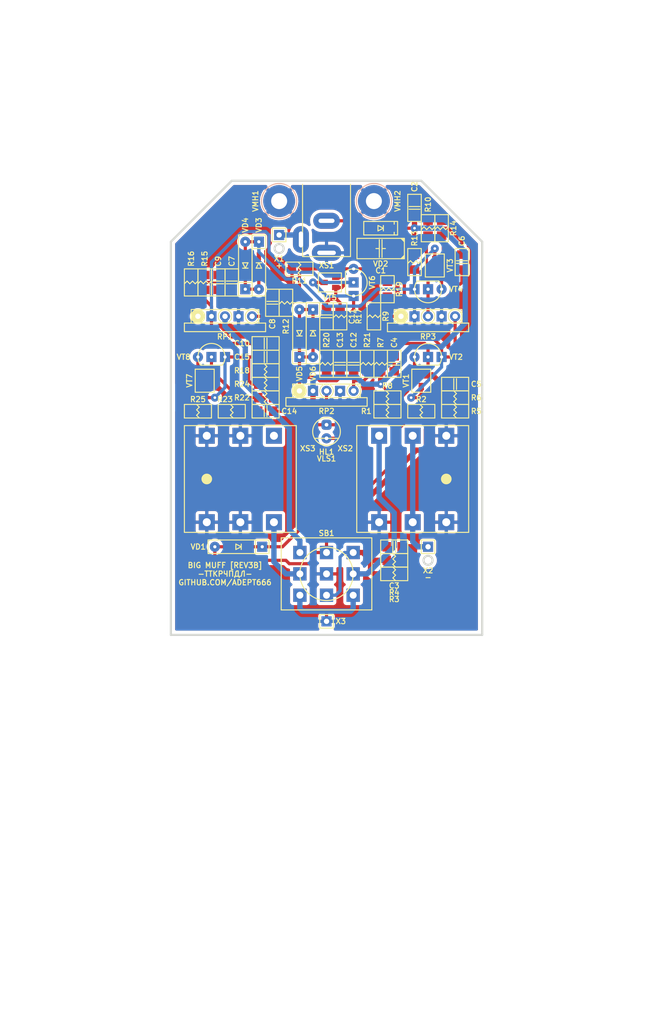
<source format=kicad_pcb>
(kicad_pcb (version 20171130) (host pcbnew 5.1.12-84ad8e8a86~92~ubuntu20.04.1)
  (title_block (title ТКП-1.30.B-5) (date 2025-06-21) (rev 3B) (company "Big Muff [REV3B] NYC SM LC5-8") (comment 1 http://github.com/Adept666) (comment 2 "Igor Ivanov (Игорь Иванов)") (comment 3 -ТТКРЧПДЛ-) (comment 4 "This project is licensed under GNU General Public License v3.0 or later"))
  (layers (0 F.Cu signal) (31 B.Cu signal) (35 F.Paste user) (37 F.SilkS user) (38 B.Mask user) (39 F.Mask user) (44 Edge.Cuts user))
  (net 0 "")
  (net 1 COM)
  (net 2 "Net-(HL1-PadC)")
  (net 3 /LED)
  (net 4 "Net-(SB1-PadNC1)")
  (net 5 /IN-CON)
  (net 6 /OUT-CON)
  (net 7 /PP3-POS)
  (net 8 /PP3-NEG)
  (net 9 "Net-(C5-Pad2)")
  (net 10 "Net-(C6-Pad1)")
  (net 11 "Net-(C6-Pad2)")
  (net 12 "Net-(C7-Pad2)")
  (net 13 "Net-(C9-Pad2)")
  (net 14 "Net-(C10-Pad2)")
  (net 15 "Net-(C12-Pad2)")
  (net 16 "Net-(C13-Pad1)")
  (net 17 "Net-(C14-Pad1)")
  (net 18 "Net-(C15-Pad2)")
  (net 19 "Net-(C3-Pad1)")
  (net 20 V)
  (net 21 /IN-CIR)
  (net 22 /OUT-CIR)
  (net 23 "Net-(XS3-PadTN)")
  (net 24 "Net-(HL1-PadA)")
  (net 25 "Net-(R9-Pad2)")
  (net 26 "Net-(VD2-PadA)")
  (net 27 /1B)
  (net 28 /1C)
  (net 29 /2B)
  (net 30 /2C)
  (net 31 /3B)
  (net 32 /3C)
  (net 33 /4B)
  (net 34 /4C)
  (net 35 /1E)
  (net 36 /2E)
  (net 37 /3E)
  (net 38 /4E)
  (module KCL-TH-ML:SW-PBS-24-302SP-2.5-PNL-12.0 (layer F.Cu) (at 105.41 167.64)
    (fp_text reference SB1 (at 0 -7.62) (layer F.SilkS) (effects (font (thickness 0.2))))
    (fp_text value PBS-24-302SP)
    (pad COM3 thru_hole rect (at 5 0) (size 2.5 2.5) (drill 1.3) (layers *.Cu *.Mask) (net 5 /IN-CON))
    (pad NC3 thru_hole rect (at 5 4) (size 2.5 2.5) (drill 1.3) (layers *.Cu *.Mask) (net 4 "Net-(SB1-PadNC1)"))
    (pad NO3 thru_hole rect (at 5 -4) (size 2.5 2.5) (drill 1.3) (layers *.Cu *.Mask) (net 21 /IN-CIR))
    (pad COM2 thru_hole rect (at 0 0) (size 2.5 2.5) (drill 1.3) (layers *.Cu *.Mask) (net 1 COM))
    (pad NC2 thru_hole rect (at 0 4) (size 2.5 2.5) (drill 1.3) (layers *.Cu *.Mask) (net 21 /IN-CIR))
    (pad NO2 thru_hole rect (at 0 -4) (size 2.5 2.5) (drill 1.3) (layers *.Cu *.Mask) (net 3 /LED))
    (pad NO1 thru_hole rect (at -5 -4) (size 2.5 2.5) (drill 1.3) (layers *.Cu *.Mask) (net 22 /OUT-CIR))
    (pad COM1 thru_hole rect (at -5 0) (size 2.5 2.5) (drill 1.3) (layers *.Cu *.Mask) (net 6 /OUT-CON))
    (pad NC1 thru_hole rect (at -5 4) (size 2.5 2.5) (drill 1.3) (layers *.Cu *.Mask) (net 4 "Net-(SB1-PadNC1)"))
  )
  (module SBKCL-TH-ML:RPB-18-1x17-1.6-PNL-7.2 (layer F.Cu) (at 124.46 108.15)
    (fp_text reference RP3 (at 0 15.04) (layer F.SilkS) (effects (font (thickness 0.2))))
    (fp_text value A100K)
    (pad 3 thru_hole circle (at 5.08 11.23) (size 1.9 1.9) (drill 1) (layers *.Cu *.Mask) (net 9 "Net-(C5-Pad2)"))
    (pad NC2 thru_hole rect (at 2.54 11.23) (size 1.9 1.9) (drill 0.9) (layers *.Cu *.Mask) (net 1 COM))
    (pad 2 thru_hole circle (at 0 11.23) (size 1.9 1.9) (drill 1) (layers *.Cu *.Mask) (net 10 "Net-(C6-Pad1)"))
    (pad NC1 thru_hole rect (at -2.54 11.23) (size 1.9 1.9) (drill 0.9) (layers *.Cu *.Mask) (net 1 COM))
    (pad 1 thru_hole circle (at -5.08 11.23) (size 1.9 1.9) (drill 1) (layers *.Cu *.Mask) (net 25 "Net-(R9-Pad2)"))
  )
  (module SBKCL-TH-ML:RPB-18-1x17-1.6-PNL-7.2 (layer F.Cu) (at 105.41 122.12)
    (fp_text reference RP2 (at 0 15.04) (layer F.SilkS) (effects (font (thickness 0.2))))
    (fp_text value B100K)
    (pad 3 thru_hole circle (at 5.08 11.23) (size 1.9 1.9) (drill 1) (layers *.Cu *.Mask) (net 15 "Net-(C12-Pad2)"))
    (pad NC2 thru_hole rect (at 2.54 11.23) (size 1.9 1.9) (drill 0.9) (layers *.Cu *.Mask) (net 1 COM))
    (pad 2 thru_hole circle (at 0 11.23) (size 1.9 1.9) (drill 1) (layers *.Cu *.Mask) (net 17 "Net-(C14-Pad1)"))
    (pad NC1 thru_hole rect (at -2.54 11.23) (size 1.9 1.9) (drill 0.9) (layers *.Cu *.Mask) (net 20 V))
    (pad 1 thru_hole circle (at -5.08 11.23) (size 1.9 1.9) (drill 1) (layers *.Cu *.Mask) (net 16 "Net-(C13-Pad1)"))
  )
  (module SBKCL-TH-ML:RPB-18-1x17-1.6-PNL-7.2 (layer F.Cu) (at 86.36 108.15)
    (fp_text reference RP1 (at 0 15.04) (layer F.SilkS) (effects (font (thickness 0.2))))
    (fp_text value A100K)
    (pad 3 thru_hole circle (at 5.08 11.23) (size 1.9 1.9) (drill 1) (layers *.Cu *.Mask) (net 18 "Net-(C15-Pad2)"))
    (pad NC2 thru_hole rect (at 2.54 11.23) (size 1.9 1.9) (drill 0.9) (layers *.Cu *.Mask) (net 1 COM))
    (pad 2 thru_hole circle (at 0 11.23) (size 1.9 1.9) (drill 1) (layers *.Cu *.Mask) (net 22 /OUT-CIR))
    (pad NC1 thru_hole rect (at -2.54 11.23) (size 1.9 1.9) (drill 0.9) (layers *.Cu *.Mask) (net 31 /3B))
    (pad 1 thru_hole circle (at -5.08 11.23) (size 1.9 1.9) (drill 1) (layers *.Cu *.Mask) (net 1 COM))
  )
  (module SBEPL:ТКП-6.3.3.A1 (layer F.Cu) (at 105.41 148.59)
    (fp_text reference VE2 hide)
    (fp_text value ТКП-6.3.3.A1.A1.3-1.A1.00 hide)
  )
  (module SBEPL:ТКП-6.3.1.A2.A1.A (layer F.Cu) (at 105.41 148.59)
    (fp_text reference VE1 hide)
    (fp_text value ТКП-6.3.1.A2.A1.A.1-1 hide)
  )
  (module SBKCL-TH-ML:P-SOD-123-OR-DO-35-V2 (layer F.Cu) (at 88.9 162.56)
    (fp_text reference VD1 (at -6.0325 0) (layer F.SilkS) (effects (font (thickness 0.2)) (justify right)))
    (fp_text value X)
    (pad A smd rect (at -1.7 0) (size 1.6 0.8) (layers F.Cu F.Paste F.Mask) (net 3 /LED))
    (pad C smd rect (at 1.7 0) (size 1.6 0.8) (layers F.Cu F.Paste F.Mask) (net 24 "Net-(HL1-PadA)"))
    (pad A thru_hole circle (at -4.445 0) (size 1.9 1.9) (drill 0.6) (layers *.Cu *.Mask) (net 3 /LED))
    (pad C thru_hole rect (at 4.445 0) (size 1.9 1.9) (drill 0.6) (layers *.Cu *.Mask) (net 24 "Net-(HL1-PadA)"))
  )
  (module KCL-SM:R-SM-1206 (layer F.Cu) (at 116.84 137.16 180)
    (fp_text reference R1 (at 2.8575 0 180) (layer F.SilkS) (effects (font (thickness 0.2)) (justify right)))
    (fp_text value 0)
    (pad 1 smd rect (at -1.4 0 180) (size 1.6 1.8) (layers F.Cu F.Paste F.Mask) (net 20 V))
    (pad 2 smd rect (at 1.4 0 180) (size 1.6 1.8) (layers F.Cu F.Paste F.Mask) (net 24 "Net-(HL1-PadA)"))
  )
  (module KCL-VIRTUAL:VFM-1.0-3.0-SL (layer F.Cu) (at 128.27 172.72)
    (fp_text reference VFM3 hide)
    (fp_text value 1.0 hide)
    (pad "" smd circle (at 0 0) (size 1 1) (layers F.Cu F.Mask) (clearance 1.1))
  )
  (module KCL-VIRTUAL:VFM-1.0-3.0-SL (layer F.Cu) (at 82.55 172.72)
    (fp_text reference VFM2 hide)
    (fp_text value 1.0 hide)
    (pad "" smd circle (at 0 0) (size 1 1) (layers F.Cu F.Mask) (clearance 1.1))
  )
  (module KCL-VIRTUAL:VFM-1.0-3.0-SL (layer F.Cu) (at 82.55 104.14)
    (fp_text reference VFM1 hide)
    (fp_text value 1.0 hide)
    (pad "" smd circle (at 0 0) (size 1 1) (layers F.Cu F.Mask) (clearance 1.1))
  )
  (module KCL-SM:P-SOT-23-B-E-C (layer F.Cu) (at 82.55 131.445 180)
    (fp_text reference VT7 (at 2.8575 0 270) (layer F.SilkS) (effects (font (thickness 0.2))))
    (fp_text value 5088)
    (pad C smd rect (at 0 -1.1 180) (size 1 1.4) (layers F.Cu F.Paste F.Mask) (net 34 /4C))
    (pad E smd rect (at 0.95 1.1 180) (size 1 1.4) (layers F.Cu F.Paste F.Mask) (net 38 /4E))
    (pad B smd rect (at -0.95 1.1 180) (size 1 1.4) (layers F.Cu F.Paste F.Mask) (net 33 /4B))
  )
  (module KCL-SM:P-SOT-23-B-E-C (layer F.Cu) (at 106.045 113.03 90)
    (fp_text reference VT5 (at -2.8575 0 180) (layer F.SilkS) (effects (font (thickness 0.2))))
    (fp_text value 5088)
    (pad C smd rect (at 0 -1.1 90) (size 1 1.4) (layers F.Cu F.Paste F.Mask) (net 32 /3C))
    (pad E smd rect (at 0.95 1.1 90) (size 1 1.4) (layers F.Cu F.Paste F.Mask) (net 37 /3E))
    (pad B smd rect (at -0.95 1.1 90) (size 1 1.4) (layers F.Cu F.Paste F.Mask) (net 31 /3B))
  )
  (module KCL-SM:P-SOT-23-B-E-C (layer F.Cu) (at 125.73 109.855)
    (fp_text reference VT3 (at 2.8575 0 90) (layer F.SilkS) (effects (font (thickness 0.2))))
    (fp_text value 5088)
    (pad B smd rect (at -0.95 1.1) (size 1 1.4) (layers F.Cu F.Paste F.Mask) (net 29 /2B))
    (pad E smd rect (at 0.95 1.1) (size 1 1.4) (layers F.Cu F.Paste F.Mask) (net 36 /2E))
    (pad C smd rect (at 0 -1.1) (size 1 1.4) (layers F.Cu F.Paste F.Mask) (net 30 /2C))
  )
  (module KCL-SM:P-SOT-23-B-E-C (layer F.Cu) (at 123.19 131.445 180)
    (fp_text reference VT1 (at 2.8575 0 270) (layer F.SilkS) (effects (font (thickness 0.2))))
    (fp_text value 5088)
    (pad C smd rect (at 0 -1.1 180) (size 1 1.4) (layers F.Cu F.Paste F.Mask) (net 28 /1C))
    (pad E smd rect (at 0.95 1.1 180) (size 1 1.4) (layers F.Cu F.Paste F.Mask) (net 35 /1E))
    (pad B smd rect (at -0.95 1.1 180) (size 1 1.4) (layers F.Cu F.Paste F.Mask) (net 27 /1B))
  )
  (module KCL-TH-ML:P-TO-92-E-B-C (layer F.Cu) (at 110.49 113.03 270)
    (fp_text reference VT6 (at 0 -3.4925 270) (layer F.SilkS) (effects (font (thickness 0.2))))
    (fp_text value 5088)
    (pad C thru_hole rect (at 2.54 0 270) (size 1.9 1.9) (drill 0.6) (layers *.Cu *.Mask) (net 32 /3C))
    (pad B thru_hole rect (at 0 0 270) (size 1.9 1.9) (drill 0.6) (layers *.Cu *.Mask) (net 31 /3B))
    (pad E thru_hole circle (at -2.54 0 270) (size 1.9 1.9) (drill 0.6) (layers *.Cu *.Mask) (net 37 /3E))
  )
  (module KCL-TH-ML:P-TO-92-E-B-C (layer F.Cu) (at 124.46 114.3 180)
    (fp_text reference VT4 (at -3.81 0 180) (layer F.SilkS) (effects (font (thickness 0.2)) (justify left)))
    (fp_text value 5088)
    (pad C thru_hole rect (at 2.54 0 180) (size 1.9 1.9) (drill 0.6) (layers *.Cu *.Mask) (net 30 /2C))
    (pad B thru_hole rect (at 0 0 180) (size 1.9 1.9) (drill 0.6) (layers *.Cu *.Mask) (net 29 /2B))
    (pad E thru_hole circle (at -2.54 0 180) (size 1.9 1.9) (drill 0.6) (layers *.Cu *.Mask) (net 36 /2E))
  )
  (module KCL-TH-ML:P-TO-92-E-B-C (layer F.Cu) (at 124.46 127)
    (fp_text reference VT2 (at 3.81 0) (layer F.SilkS) (effects (font (thickness 0.2)) (justify left)))
    (fp_text value 5088)
    (pad C thru_hole rect (at 2.54 0) (size 1.9 1.9) (drill 0.6) (layers *.Cu *.Mask) (net 28 /1C))
    (pad B thru_hole rect (at 0 0) (size 1.9 1.9) (drill 0.6) (layers *.Cu *.Mask) (net 27 /1B))
    (pad E thru_hole circle (at -2.54 0) (size 1.9 1.9) (drill 0.6) (layers *.Cu *.Mask) (net 35 /1E))
  )
  (module KCL-TH-ML:P-TO-92-E-B-C (layer F.Cu) (at 83.82 127)
    (fp_text reference VT8 (at -3.81 0) (layer F.SilkS) (effects (font (thickness 0.2)) (justify right)))
    (fp_text value 5088)
    (pad C thru_hole rect (at 2.54 0) (size 1.9 1.9) (drill 0.6) (layers *.Cu *.Mask) (net 34 /4C))
    (pad B thru_hole rect (at 0 0) (size 1.9 1.9) (drill 0.6) (layers *.Cu *.Mask) (net 33 /4B))
    (pad E thru_hole circle (at -2.54 0) (size 1.9 1.9) (drill 0.6) (layers *.Cu *.Mask) (net 38 /4E))
  )
  (module KCL-SM:C-SM-1206 (layer F.Cu) (at 85.09 113.03 270)
    (fp_text reference C9 (at -2.8575 0 270) (layer F.SilkS) (effects (font (thickness 0.2)) (justify left)))
    (fp_text value 105)
    (pad 1 smd rect (at -1.4 0 270) (size 1.6 1.8) (layers F.Cu F.Paste F.Mask) (net 30 /2C))
    (pad 2 smd rect (at 1.4 0 270) (size 1.6 1.8) (layers F.Cu F.Paste F.Mask) (net 13 "Net-(C9-Pad2)"))
  )
  (module KCL-SM:C-SM-1206 (layer F.Cu) (at 93.98 124.46)
    (fp_text reference C10 (at -2.8575 0) (layer F.SilkS) (effects (font (thickness 0.2)) (justify right)))
    (fp_text value 105)
    (pad 1 smd rect (at -1.4 0) (size 1.6 1.8) (layers F.Cu F.Paste F.Mask) (net 31 /3B))
    (pad 2 smd rect (at 1.4 0) (size 1.6 1.8) (layers F.Cu F.Paste F.Mask) (net 14 "Net-(C10-Pad2)"))
  )
  (module KCL-SM:C-SM-1206 (layer F.Cu) (at 87.63 113.03 90)
    (fp_text reference C7 (at 2.8575 0 90) (layer F.SilkS) (effects (font (thickness 0.2)) (justify left)))
    (fp_text value 105)
    (pad 1 smd rect (at -1.4 0 90) (size 1.6 1.8) (layers F.Cu F.Paste F.Mask) (net 29 /2B))
    (pad 2 smd rect (at 1.4 0 90) (size 1.6 1.8) (layers F.Cu F.Paste F.Mask) (net 12 "Net-(C7-Pad2)"))
  )
  (module KCL-SM:C-SM-1206 (layer F.Cu) (at 121.92 99.06 90)
    (fp_text reference C2 (at 2.8575 0 90) (layer F.SilkS) (effects (font (thickness 0.2)) (justify left)))
    (fp_text value 104)
    (pad 2 smd rect (at 1.4 0 90) (size 1.6 1.8) (layers F.Cu F.Paste F.Mask) (net 1 COM))
    (pad 1 smd rect (at -1.4 0 90) (size 1.6 1.8) (layers F.Cu F.Paste F.Mask) (net 20 V))
  )
  (module KCL-SM:C-SM-1206 (layer F.Cu) (at 130.81 109.22 90)
    (fp_text reference C6 (at 2.8575 0 90) (layer F.SilkS) (effects (font (thickness 0.2)) (justify left)))
    (fp_text value 105)
    (pad 1 smd rect (at -1.4 0 90) (size 1.6 1.8) (layers F.Cu F.Paste F.Mask) (net 10 "Net-(C6-Pad1)"))
    (pad 2 smd rect (at 1.4 0 90) (size 1.6 1.8) (layers F.Cu F.Paste F.Mask) (net 11 "Net-(C6-Pad2)"))
  )
  (module KCL-SM:C-SM-1206 (layer F.Cu) (at 107.95 128.27 90)
    (fp_text reference C13 (at 2.8575 0 90) (layer F.SilkS) (effects (font (thickness 0.2)) (justify left)))
    (fp_text value 103)
    (pad 1 smd rect (at -1.4 0 90) (size 1.6 1.8) (layers F.Cu F.Paste F.Mask) (net 16 "Net-(C13-Pad1)"))
    (pad 2 smd rect (at 1.4 0 90) (size 1.6 1.8) (layers F.Cu F.Paste F.Mask) (net 1 COM))
  )
  (module KCL-SM:C-SM-1206 (layer F.Cu) (at 110.49 128.27 270)
    (fp_text reference C12 (at -2.8575 0 270) (layer F.SilkS) (effects (font (thickness 0.2)) (justify left)))
    (fp_text value 392)
    (pad 1 smd rect (at -1.4 0 270) (size 1.6 1.8) (layers F.Cu F.Paste F.Mask) (net 32 /3C))
    (pad 2 smd rect (at 1.4 0 270) (size 1.6 1.8) (layers F.Cu F.Paste F.Mask) (net 15 "Net-(C12-Pad2)"))
  )
  (module KCL-SM:C-SM-1206 (layer F.Cu) (at 129.54 132.08)
    (fp_text reference C5 (at 2.8575 0) (layer F.SilkS) (effects (font (thickness 0.2)) (justify left)))
    (fp_text value 105)
    (pad 2 smd rect (at 1.4 0) (size 1.6 1.8) (layers F.Cu F.Paste F.Mask) (net 9 "Net-(C5-Pad2)"))
    (pad 1 smd rect (at -1.4 0) (size 1.6 1.8) (layers F.Cu F.Paste F.Mask) (net 28 /1C))
  )
  (module KCL-SM:C-SM-1206 (layer F.Cu) (at 93.98 127)
    (fp_text reference C15 (at -2.8575 0) (layer F.SilkS) (effects (font (thickness 0.2)) (justify right)))
    (fp_text value 105)
    (pad 1 smd rect (at -1.4 0) (size 1.6 1.8) (layers F.Cu F.Paste F.Mask) (net 34 /4C))
    (pad 2 smd rect (at 1.4 0) (size 1.6 1.8) (layers F.Cu F.Paste F.Mask) (net 18 "Net-(C15-Pad2)"))
  )
  (module KCL-SM:C-SM-1206 (layer F.Cu) (at 93.98 137.16 180)
    (fp_text reference C14 (at -2.8575 0 180) (layer F.SilkS) (effects (font (thickness 0.2)) (justify left)))
    (fp_text value 105)
    (pad 1 smd rect (at -1.4 0 180) (size 1.6 1.8) (layers F.Cu F.Paste F.Mask) (net 17 "Net-(C14-Pad1)"))
    (pad 2 smd rect (at 1.4 0 180) (size 1.6 1.8) (layers F.Cu F.Paste F.Mask) (net 33 /4B))
  )
  (module KCL-SM:C-SM-1206 (layer F.Cu) (at 118.11 162.56 180)
    (fp_text reference C3 (at 0 -7.3025 180) (layer F.SilkS) (effects (font (thickness 0.2))))
    (fp_text value 105)
    (pad 2 smd rect (at 1.4 0 180) (size 1.6 1.8) (layers F.Cu F.Paste F.Mask) (net 27 /1B))
    (pad 1 smd rect (at -1.4 0 180) (size 1.6 1.8) (layers F.Cu F.Paste F.Mask) (net 19 "Net-(C3-Pad1)"))
  )
  (module KCL-SM:R-SM-1206 (layer F.Cu) (at 118.11 167.64 180)
    (fp_text reference R3 (at 0 -4.7625 180) (layer F.SilkS) (effects (font (thickness 0.2))))
    (fp_text value 105)
    (pad 2 smd rect (at 1.4 0 180) (size 1.6 1.8) (layers F.Cu F.Paste F.Mask) (net 21 /IN-CIR))
    (pad 1 smd rect (at -1.4 0 180) (size 1.6 1.8) (layers F.Cu F.Paste F.Mask) (net 1 COM))
  )
  (module KCL-SM:CP-CTSMD-C (layer F.Cu) (at 115.57 106.68 180)
    (fp_text reference C1 (at 0 -4.1275 180) (layer F.SilkS) (effects (font (thickness 0.2))))
    (fp_text value 106)
    (pad - smd rect (at 2.5 0 180) (size 2.6 2.2) (layers F.Cu F.Paste F.Mask) (net 1 COM))
    (pad + smd rect (at -2.5 0 180) (size 2.6 2.2) (layers F.Cu F.Paste F.Mask) (net 20 V))
  )
  (module KCL-SM:P-SOD-123 (layer F.Cu) (at 115.57 102.87)
    (fp_text reference VD2 (at 0 6.6675) (layer F.SilkS) (effects (font (thickness 0.2))))
    (fp_text value 0520)
    (pad C smd rect (at 1.7 0) (size 1.6 0.8) (layers F.Cu F.Paste F.Mask) (net 20 V))
    (pad A smd rect (at -1.7 0) (size 1.6 0.8) (layers F.Cu F.Paste F.Mask) (net 26 "Net-(VD2-PadA)"))
  )
  (module SBKCL-TH-ML:P-SOD-123-OR-DO-35-V2 (layer F.Cu) (at 100.33 122.555 270)
    (fp_text reference VD5 (at 6.0325 0 270) (layer F.SilkS) (effects (font (thickness 0.2)) (justify right)))
    (fp_text value 6263)
    (pad C thru_hole rect (at 4.445 0 270) (size 1.9 1.9) (drill 0.6) (layers *.Cu *.Mask) (net 32 /3C))
    (pad A thru_hole circle (at -4.445 0 270) (size 1.9 1.9) (drill 0.6) (layers *.Cu *.Mask) (net 14 "Net-(C10-Pad2)"))
    (pad C smd rect (at 1.7 0 270) (size 1.6 0.8) (layers F.Cu F.Paste F.Mask) (net 32 /3C))
    (pad A smd rect (at -1.7 0 270) (size 1.6 0.8) (layers F.Cu F.Paste F.Mask) (net 14 "Net-(C10-Pad2)"))
  )
  (module SBKCL-TH-ML:P-SOD-123-OR-DO-35-V2 (layer F.Cu) (at 102.87 122.555 90)
    (fp_text reference VD6 (at -6.0325 0 90) (layer F.SilkS) (effects (font (thickness 0.2)) (justify right)))
    (fp_text value 6263)
    (pad C thru_hole rect (at 4.445 0 90) (size 1.9 1.9) (drill 0.6) (layers *.Cu *.Mask) (net 14 "Net-(C10-Pad2)"))
    (pad A thru_hole circle (at -4.445 0 90) (size 1.9 1.9) (drill 0.6) (layers *.Cu *.Mask) (net 32 /3C))
    (pad C smd rect (at 1.7 0 90) (size 1.6 0.8) (layers F.Cu F.Paste F.Mask) (net 14 "Net-(C10-Pad2)"))
    (pad A smd rect (at -1.7 0 90) (size 1.6 0.8) (layers F.Cu F.Paste F.Mask) (net 32 /3C))
  )
  (module SBKCL-TH-ML:P-SOD-123-OR-DO-35-V2 (layer F.Cu) (at 90.17 109.855 270)
    (fp_text reference VD4 (at -6.0325 0 270) (layer F.SilkS) (effects (font (thickness 0.2)) (justify left)))
    (fp_text value 6263)
    (pad C thru_hole rect (at 4.445 0 270) (size 1.9 1.9) (drill 0.6) (layers *.Cu *.Mask) (net 12 "Net-(C7-Pad2)"))
    (pad A thru_hole circle (at -4.445 0 270) (size 1.9 1.9) (drill 0.6) (layers *.Cu *.Mask) (net 30 /2C))
    (pad C smd rect (at 1.7 0 270) (size 1.6 0.8) (layers F.Cu F.Paste F.Mask) (net 12 "Net-(C7-Pad2)"))
    (pad A smd rect (at -1.7 0 270) (size 1.6 0.8) (layers F.Cu F.Paste F.Mask) (net 30 /2C))
  )
  (module SBKCL-TH-ML:P-SOD-123-OR-DO-35-V2 (layer F.Cu) (at 92.71 109.855 90)
    (fp_text reference VD3 (at 6.0325 0 90) (layer F.SilkS) (effects (font (thickness 0.2)) (justify left)))
    (fp_text value 6263)
    (pad C thru_hole rect (at 4.445 0 90) (size 1.9 1.9) (drill 0.6) (layers *.Cu *.Mask) (net 30 /2C))
    (pad A thru_hole circle (at -4.445 0 90) (size 1.9 1.9) (drill 0.6) (layers *.Cu *.Mask) (net 12 "Net-(C7-Pad2)"))
    (pad C smd rect (at 1.7 0 90) (size 1.6 0.8) (layers F.Cu F.Paste F.Mask) (net 30 /2C))
    (pad A smd rect (at -1.7 0 90) (size 1.6 0.8) (layers F.Cu F.Paste F.Mask) (net 12 "Net-(C7-Pad2)"))
  )
  (module SBKCL-TH-ML:CON-PJ-644C-IN-OR-OUT (layer F.Cu) (at 132.08 149.86 90)
    (fp_text reference XS2 (at 5.715 -21.59 180) (layer F.SilkS) (effects (font (thickness 0.2)) (justify right)))
    (fp_text value PJ-644C)
    (pad TN thru_hole rect (at -8.1 -16.8 90) (size 3 3) (drill 1.5) (layers *.Cu *.Mask) (net 1 COM))
    (pad RN thru_hole rect (at -8.1 -10.5 90) (size 3 3) (drill 1.5) (layers *.Cu *.Mask) (net 8 /PP3-NEG))
    (pad SN thru_hole rect (at -8.1 -4.2 90) (size 3 3) (drill 1.5) (layers *.Cu *.Mask) (net 1 COM))
    (pad T thru_hole rect (at 8.1 -16.8 90) (size 3 3) (drill 1.5) (layers *.Cu *.Mask) (net 5 /IN-CON))
    (pad R thru_hole rect (at 8.1 -10.5 90) (size 3 3) (drill 1.5) (layers *.Cu *.Mask) (net 8 /PP3-NEG))
    (pad S thru_hole rect (at 8.1 -4.2 90) (size 3 3) (drill 1.5) (layers *.Cu *.Mask) (net 1 COM))
  )
  (module SBKCL-TH-ML:CON-PJ-644C-IN-OR-OUT (layer F.Cu) (at 78.74 149.86 270)
    (fp_text reference XS3 (at -5.715 -21.59) (layer F.SilkS) (effects (font (thickness 0.2)) (justify left)))
    (fp_text value PJ-644C)
    (pad TN thru_hole rect (at -8.1 -16.8 270) (size 3 3) (drill 1.5) (layers *.Cu *.Mask) (net 23 "Net-(XS3-PadTN)"))
    (pad RN thru_hole rect (at -8.1 -10.5 270) (size 3 3) (drill 1.5) (layers *.Cu *.Mask) (net 1 COM))
    (pad SN thru_hole rect (at -8.1 -4.2 270) (size 3 3) (drill 1.5) (layers *.Cu *.Mask) (net 1 COM))
    (pad T thru_hole rect (at 8.1 -16.8 270) (size 3 3) (drill 1.5) (layers *.Cu *.Mask) (net 6 /OUT-CON))
    (pad R thru_hole rect (at 8.1 -10.5 270) (size 3 3) (drill 1.5) (layers *.Cu *.Mask) (net 1 COM))
    (pad S thru_hole rect (at 8.1 -4.2 270) (size 3 3) (drill 1.5) (layers *.Cu *.Mask) (net 1 COM))
  )
  (module SBKCL-TH-ML:CON-DC-005-9V-OVAL (layer F.Cu) (at 105.41 93.98 180)
    (fp_text reference XS1 (at 0 -15.875 180) (layer F.SilkS) (effects (font (thickness 0.2))))
    (fp_text value DC-005)
    (pad C thru_hole oval (at 0 -13.5 180) (size 5.5 3) (drill oval 3.5 0.8) (layers *.Cu *.Mask) (net 1 COM))
    (pad SN thru_hole oval (at 4.8 -11 180) (size 3 5) (drill oval 0.8 3) (layers *.Cu *.Mask) (net 7 /PP3-POS))
    (pad S thru_hole oval (at 0 -7.5 180) (size 5 3) (drill oval 3 0.8) (layers *.Cu *.Mask) (net 26 "Net-(VD2-PadA)"))
  )
  (module KCL-TH-ML:LED-ROUND-05.0-UNI-SH-SPACER-PNL-5.3 (layer F.Cu) (at 105.41 140.97 90)
    (fp_text reference HL1 (at -3.81 0 180) (layer F.SilkS) (effects (font (thickness 0.2))))
    (fp_text value FYL-3014UWC)
    (pad C thru_hole circle (at -1.27 0 90) (size 1.9 1.9) (drill 0.7) (layers *.Cu *.Mask) (net 2 "Net-(HL1-PadC)"))
    (pad A thru_hole roundrect (at 1.27 0 90) (size 1.9 1.9) (drill 0.7) (layers *.Cu *.Mask) (roundrect_rratio 0.3) (net 24 "Net-(HL1-PadA)"))
  )
  (module KCL-VIRTUAL:VLS-BR-P (layer F.Cu) (at 105.41 140.97 90)
    (fp_text reference VLS1 (at -5.08 0 180) (layer F.SilkS) (effects (font (thickness 0.2))))
    (fp_text value 2xBR-7.7)
  )
  (module KCL-TH-ML:VMH-STA-DA5-PNL-3.0 (layer F.Cu) (at 114.3 97.79)
    (fp_text reference VMH2 (at 4.445 0 90) (layer F.SilkS) (effects (font (thickness 0.2))))
    (fp_text value DI5M3x20)
    (pad 0 thru_hole circle (at 0 0) (size 6 6) (drill 3) (layers *.Cu *.Mask) (net 1 COM))
  )
  (module KCL-TH-ML:VMH-STA-DA5-PNL-3.0 (layer F.Cu) (at 96.52 97.79)
    (fp_text reference VMH1 (at -4.445 0 90) (layer F.SilkS) (effects (font (thickness 0.2))))
    (fp_text value DI5M3x20)
    (pad 0 thru_hole circle (at 0 0) (size 6 6) (drill 3) (layers *.Cu *.Mask) (net 1 COM))
  )
  (module KCL-TH-ML:CON-PAD-S-1.0-1.9 (layer F.Cu) (at 124.46 162.56)
    (fp_text reference X2 (at 0 4.445) (layer F.SilkS) (effects (font (thickness 0.2))))
    (fp_text value X)
    (pad 1 thru_hole rect (at 0 0) (size 1.9 1.9) (drill 1) (layers *.Cu *.Mask) (net 8 /PP3-NEG))
  )
  (module KCL-TH-ML:CON-PAD-S-1.0-1.9 (layer F.Cu) (at 96.52 104.14)
    (fp_text reference X1 (at 0 4.445) (layer F.SilkS) (effects (font (thickness 0.2))))
    (fp_text value X)
    (pad 1 thru_hole rect (at 0 0) (size 1.9 1.9) (drill 1) (layers *.Cu *.Mask) (net 7 /PP3-POS))
  )
  (module KCL-TH-ML:CON-PAD-S-1.0-1.9 (layer F.Cu) (at 105.41 176.53)
    (fp_text reference X3 (at 1.5875 0) (layer F.SilkS) (effects (font (thickness 0.2)) (justify left)))
    (fp_text value X)
    (pad 1 thru_hole rect (at 0 0) (size 1.9 1.9) (drill 1) (layers *.Cu *.Mask) (net 1 COM))
  )
  (module KCL-VIRTUAL:B-PP3-HV (layer F.Cu) (at 105.41 187.96)
    (fp_text reference GB1 hide)
    (fp_text value X hide)
  )
  (module KCL-SM:C-SM-1206 (layer F.Cu) (at 95.25 116.84 90)
    (fp_text reference C8 (at -2.8575 0 90) (layer F.SilkS) (effects (font (thickness 0.2)) (justify right)))
    (fp_text value 471)
    (pad 2 smd rect (at 1.4 0 90) (size 1.6 1.8) (layers F.Cu F.Paste F.Mask) (net 30 /2C))
    (pad 1 smd rect (at -1.4 0 90) (size 1.6 1.8) (layers F.Cu F.Paste F.Mask) (net 29 /2B))
  )
  (module KCL-SM:C-SM-1206 (layer F.Cu) (at 105.41 119.38 270)
    (fp_text reference C11 (at 0 -4.7625 270) (layer F.SilkS) (effects (font (thickness 0.2))))
    (fp_text value 471)
    (pad 1 smd rect (at -1.4 0 270) (size 1.6 1.8) (layers F.Cu F.Paste F.Mask) (net 31 /3B))
    (pad 2 smd rect (at 1.4 0 270) (size 1.6 1.8) (layers F.Cu F.Paste F.Mask) (net 32 /3C))
  )
  (module KCL-SM:C-SM-1206 (layer F.Cu) (at 118.11 128.27 270)
    (fp_text reference C4 (at -2.8575 0 270) (layer F.SilkS) (effects (font (thickness 0.2)) (justify left)))
    (fp_text value 471)
    (pad 1 smd rect (at -1.4 0 270) (size 1.6 1.8) (layers F.Cu F.Paste F.Mask) (net 27 /1B))
    (pad 2 smd rect (at 1.4 0 270) (size 1.6 1.8) (layers F.Cu F.Paste F.Mask) (net 28 /1C))
  )
  (module KCL-SM:R-SM-1206 (layer F.Cu) (at 129.54 134.62)
    (fp_text reference R6 (at 2.8575 0) (layer F.SilkS) (effects (font (thickness 0.2)) (justify left)))
    (fp_text value 514)
    (pad 1 smd rect (at -1.4 0) (size 1.6 1.8) (layers F.Cu F.Paste F.Mask) (net 27 /1B))
    (pad 2 smd rect (at 1.4 0) (size 1.6 1.8) (layers F.Cu F.Paste F.Mask) (net 28 /1C))
  )
  (module KCL-SM:R-SM-1206 (layer F.Cu) (at 129.54 137.16 180)
    (fp_text reference R5 (at -2.8575 0 180) (layer F.SilkS) (effects (font (thickness 0.2)) (justify left)))
    (fp_text value 104)
    (pad 1 smd rect (at -1.4 0 180) (size 1.6 1.8) (layers F.Cu F.Paste F.Mask) (net 1 COM))
    (pad 2 smd rect (at 1.4 0 180) (size 1.6 1.8) (layers F.Cu F.Paste F.Mask) (net 27 /1B))
  )
  (module KCL-SM:R-SM-1206 (layer F.Cu) (at 118.11 165.1)
    (fp_text reference R4 (at 0 6.0325) (layer F.SilkS) (effects (font (thickness 0.2))))
    (fp_text value 393)
    (pad 2 smd rect (at 1.4 0) (size 1.6 1.8) (layers F.Cu F.Paste F.Mask) (net 19 "Net-(C3-Pad1)"))
    (pad 1 smd rect (at -1.4 0) (size 1.6 1.8) (layers F.Cu F.Paste F.Mask) (net 21 /IN-CIR))
  )
  (module KCL-SM:R-SM-1206 (layer F.Cu) (at 115.57 128.27 270)
    (fp_text reference R7 (at -2.8575 0 270) (layer F.SilkS) (effects (font (thickness 0.2)) (justify left)))
    (fp_text value 103)
    (pad 1 smd rect (at -1.4 0 270) (size 1.6 1.8) (layers F.Cu F.Paste F.Mask) (net 28 /1C))
    (pad 2 smd rect (at 1.4 0 270) (size 1.6 1.8) (layers F.Cu F.Paste F.Mask) (net 20 V))
  )
  (module KCL-SM:R-SM-1206 (layer F.Cu) (at 113.03 128.27 90)
    (fp_text reference R21 (at 2.8575 0 90) (layer F.SilkS) (effects (font (thickness 0.2)) (justify left)))
    (fp_text value 223)
    (pad 1 smd rect (at -1.4 0 90) (size 1.6 1.8) (layers F.Cu F.Paste F.Mask) (net 15 "Net-(C12-Pad2)"))
    (pad 2 smd rect (at 1.4 0 90) (size 1.6 1.8) (layers F.Cu F.Paste F.Mask) (net 1 COM))
  )
  (module KCL-SM:R-SM-1206 (layer F.Cu) (at 116.84 134.62)
    (fp_text reference R8 (at 0 -2.2225) (layer F.SilkS) (effects (font (thickness 0.2))))
    (fp_text value 101)
    (pad 2 smd rect (at 1.4 0) (size 1.6 1.8) (layers F.Cu F.Paste F.Mask) (net 35 /1E))
    (pad 1 smd rect (at -1.4 0) (size 1.6 1.8) (layers F.Cu F.Paste F.Mask) (net 1 COM))
  )
  (module KCL-SM:R-SM-1206 (layer F.Cu) (at 127 102.87 270)
    (fp_text reference R14 (at 0 -2.2225 270) (layer F.SilkS) (effects (font (thickness 0.2))))
    (fp_text value 391)
    (pad 2 smd rect (at 1.4 0 270) (size 1.6 1.8) (layers F.Cu F.Paste F.Mask) (net 36 /2E))
    (pad 1 smd rect (at -1.4 0 270) (size 1.6 1.8) (layers F.Cu F.Paste F.Mask) (net 1 COM))
  )
  (module KCL-SM:R-SM-1206 (layer F.Cu) (at 100.33 110.49)
    (fp_text reference R11 (at 0 2.2225) (layer F.SilkS) (effects (font (thickness 0.2))))
    (fp_text value 104)
    (pad 1 smd rect (at -1.4 0) (size 1.6 1.8) (layers F.Cu F.Paste F.Mask) (net 1 COM))
    (pad 2 smd rect (at 1.4 0) (size 1.6 1.8) (layers F.Cu F.Paste F.Mask) (net 29 /2B))
  )
  (module KCL-SM:R-SM-1206 (layer F.Cu) (at 124.46 102.87 270)
    (fp_text reference R10 (at -2.8575 0 270) (layer F.SilkS) (effects (font (thickness 0.2)) (justify left)))
    (fp_text value 103)
    (pad 2 smd rect (at 1.4 0 270) (size 1.6 1.8) (layers F.Cu F.Paste F.Mask) (net 29 /2B))
    (pad 1 smd rect (at -1.4 0 270) (size 1.6 1.8) (layers F.Cu F.Paste F.Mask) (net 11 "Net-(C6-Pad2)"))
  )
  (module KCL-SM:R-SM-1206 (layer F.Cu) (at 114.3 119.38 90)
    (fp_text reference R9 (at 0 2.2225 90) (layer F.SilkS) (effects (font (thickness 0.2))))
    (fp_text value 182)
    (pad 1 smd rect (at -1.4 0 90) (size 1.6 1.8) (layers F.Cu F.Paste F.Mask) (net 1 COM))
    (pad 2 smd rect (at 1.4 0 90) (size 1.6 1.8) (layers F.Cu F.Paste F.Mask) (net 25 "Net-(R9-Pad2)"))
  )
  (module KCL-SM:R-SM-1206 (layer F.Cu) (at 80.01 113.03 270)
    (fp_text reference R16 (at -2.8575 0 270) (layer F.SilkS) (effects (font (thickness 0.2)) (justify left)))
    (fp_text value 104)
    (pad 1 smd rect (at -1.4 0 270) (size 1.6 1.8) (layers F.Cu F.Paste F.Mask) (net 1 COM))
    (pad 2 smd rect (at 1.4 0 270) (size 1.6 1.8) (layers F.Cu F.Paste F.Mask) (net 31 /3B))
  )
  (module KCL-SM:R-SM-1206 (layer F.Cu) (at 116.84 114.3 90)
    (fp_text reference R19 (at 0 2.2225 90) (layer F.SilkS) (effects (font (thickness 0.2))))
    (fp_text value 391)
    (pad 1 smd rect (at -1.4 0 90) (size 1.6 1.8) (layers F.Cu F.Paste F.Mask) (net 1 COM))
    (pad 2 smd rect (at 1.4 0 90) (size 1.6 1.8) (layers F.Cu F.Paste F.Mask) (net 37 /3E))
  )
  (module KCL-SM:R-SM-1206 (layer F.Cu) (at 121.92 109.22 90)
    (fp_text reference R13 (at 2.8575 0 90) (layer F.SilkS) (effects (font (thickness 0.2)) (justify left)))
    (fp_text value 103)
    (pad 1 smd rect (at -1.4 0 90) (size 1.6 1.8) (layers F.Cu F.Paste F.Mask) (net 30 /2C))
    (pad 2 smd rect (at 1.4 0 90) (size 1.6 1.8) (layers F.Cu F.Paste F.Mask) (net 20 V))
  )
  (module KCL-SM:R-SM-1206 (layer F.Cu) (at 97.79 116.84 90)
    (fp_text reference R12 (at -2.8575 0 90) (layer F.SilkS) (effects (font (thickness 0.2)) (justify right)))
    (fp_text value 474)
    (pad 1 smd rect (at -1.4 0 90) (size 1.6 1.8) (layers F.Cu F.Paste F.Mask) (net 29 /2B))
    (pad 2 smd rect (at 1.4 0 90) (size 1.6 1.8) (layers F.Cu F.Paste F.Mask) (net 30 /2C))
  )
  (module KCL-SM:R-SM-1206 (layer F.Cu) (at 107.95 119.38 270)
    (fp_text reference R17 (at 0 -3.4925 270) (layer F.SilkS) (effects (font (thickness 0.2))))
    (fp_text value 474)
    (pad 1 smd rect (at -1.4 0 270) (size 1.6 1.8) (layers F.Cu F.Paste F.Mask) (net 31 /3B))
    (pad 2 smd rect (at 1.4 0 270) (size 1.6 1.8) (layers F.Cu F.Paste F.Mask) (net 32 /3C))
  )
  (module KCL-SM:R-SM-1206 (layer F.Cu) (at 82.55 113.03 270)
    (fp_text reference R15 (at -2.8575 0 270) (layer F.SilkS) (effects (font (thickness 0.2)) (justify left)))
    (fp_text value 103)
    (pad 2 smd rect (at 1.4 0 270) (size 1.6 1.8) (layers F.Cu F.Paste F.Mask) (net 31 /3B))
    (pad 1 smd rect (at -1.4 0 270) (size 1.6 1.8) (layers F.Cu F.Paste F.Mask) (net 13 "Net-(C9-Pad2)"))
  )
  (module KCL-SM:R-SM-1206 (layer F.Cu) (at 105.41 128.27 270)
    (fp_text reference R20 (at -2.8575 0 270) (layer F.SilkS) (effects (font (thickness 0.2)) (justify left)))
    (fp_text value 223)
    (pad 1 smd rect (at -1.4 0 270) (size 1.6 1.8) (layers F.Cu F.Paste F.Mask) (net 32 /3C))
    (pad 2 smd rect (at 1.4 0 270) (size 1.6 1.8) (layers F.Cu F.Paste F.Mask) (net 16 "Net-(C13-Pad1)"))
  )
  (module KCL-SM:R-SM-1206 (layer F.Cu) (at 93.98 129.54 180)
    (fp_text reference R18 (at 2.8575 0 180) (layer F.SilkS) (effects (font (thickness 0.2)) (justify right)))
    (fp_text value 103)
    (pad 1 smd rect (at -1.4 0 180) (size 1.6 1.8) (layers F.Cu F.Paste F.Mask) (net 32 /3C))
    (pad 2 smd rect (at 1.4 0 180) (size 1.6 1.8) (layers F.Cu F.Paste F.Mask) (net 20 V))
  )
  (module KCL-SM:R-SM-1206 (layer F.Cu) (at 93.98 132.08)
    (fp_text reference R24 (at -2.8575 0) (layer F.SilkS) (effects (font (thickness 0.2)) (justify right)))
    (fp_text value 103)
    (pad 1 smd rect (at -1.4 0) (size 1.6 1.8) (layers F.Cu F.Paste F.Mask) (net 34 /4C))
    (pad 2 smd rect (at 1.4 0) (size 1.6 1.8) (layers F.Cu F.Paste F.Mask) (net 20 V))
  )
  (module KCL-SM:R-SM-1206 (layer F.Cu) (at 93.98 134.62)
    (fp_text reference R22 (at -2.8575 0) (layer F.SilkS) (effects (font (thickness 0.2)) (justify right)))
    (fp_text value 474)
    (pad 1 smd rect (at -1.4 0) (size 1.6 1.8) (layers F.Cu F.Paste F.Mask) (net 33 /4B))
    (pad 2 smd rect (at 1.4 0) (size 1.6 1.8) (layers F.Cu F.Paste F.Mask) (net 20 V))
  )
  (module KCL-SM:R-SM-1206 (layer F.Cu) (at 87.63 137.16)
    (fp_text reference R23 (at -1.27 -2.2225) (layer F.SilkS) (effects (font (thickness 0.2))))
    (fp_text value 104)
    (pad 2 smd rect (at 1.4 0) (size 1.6 1.8) (layers F.Cu F.Paste F.Mask) (net 33 /4B))
    (pad 1 smd rect (at -1.4 0) (size 1.6 1.8) (layers F.Cu F.Paste F.Mask) (net 1 COM))
  )
  (module KCL-SM:R-SM-1206 (layer F.Cu) (at 81.28 137.16 180)
    (fp_text reference R25 (at 0 2.2225 180) (layer F.SilkS) (effects (font (thickness 0.2))))
    (fp_text value 202)
    (pad 2 smd rect (at 1.4 0 180) (size 1.6 1.8) (layers F.Cu F.Paste F.Mask) (net 38 /4E))
    (pad 1 smd rect (at -1.4 0 180) (size 1.6 1.8) (layers F.Cu F.Paste F.Mask) (net 1 COM))
  )
  (module KCL-SM:R-SM-1206 (layer F.Cu) (at 123.19 137.16 180)
    (fp_text reference R2 (at 0 2.2225 180) (layer F.SilkS) (effects (font (thickness 0.2))))
    (fp_text value 433)
    (pad 1 smd rect (at -1.4 0 180) (size 1.6 1.8) (layers F.Cu F.Paste F.Mask) (net 3 /LED))
    (pad 2 smd rect (at 1.4 0 180) (size 1.6 1.8) (layers F.Cu F.Paste F.Mask) (net 2 "Net-(HL1-PadC)"))
  )
  (gr_text - (at 124.46 168.275) (layer F.SilkS) (effects (font (size 1 1) (thickness 0.2))))
  (gr_text + (at 96.52 109.855) (layer F.SilkS) (effects (font (size 1 1) (thickness 0.2))))
  (gr_text "BIG MUFF [REV3B]\n-ТТКРЧПДЛ-\nGITHUB.COM/ADEPT666" (at 86.36 167.64) (layer F.SilkS) (effects (font (size 1 1) (thickness 0.2))))
  (gr_circle (center 124.46 165.1) (end 125.31 165.1) (layer Edge.Cuts) (width 0.4))
  (gr_circle (center 96.52 106.68) (end 97.37 106.68) (layer Edge.Cuts) (width 0.4))
  (gr_line (start 123.19 93.98) (end 134.62 105.41) (layer Edge.Cuts) (width 0.4))
  (gr_line (start 76.2 105.41) (end 87.63 93.98) (layer Edge.Cuts) (width 0.4))
  (gr_line (start 134.62 105.41) (end 134.62 179.07) (layer Edge.Cuts) (width 0.4))
  (gr_line (start 76.2 105.41) (end 76.2 179.07) (layer Edge.Cuts) (width 0.4))
  (gr_line (start 76.2 179.07) (end 134.62 179.07) (layer Edge.Cuts) (width 0.4))
  (gr_line (start 87.63 93.98) (end 123.19 93.98) (layer Edge.Cuts) (width 0.4))
  (segment (start 120.65 137.16) (end 121.79 137.16) (width 0.6) (layer F.Cu) (net 2))
  (segment (start 120.015 137.795) (end 120.65 137.16) (width 0.6) (layer F.Cu) (net 2))
  (segment (start 120.015 138.1125) (end 120.015 137.795) (width 0.6) (layer F.Cu) (net 2))
  (segment (start 119.0625 139.065) (end 120.015 138.1125) (width 0.6) (layer F.Cu) (net 2))
  (segment (start 113.665 139.065) (end 119.0625 139.065) (width 0.6) (layer F.Cu) (net 2))
  (segment (start 110.49 142.24) (end 113.665 139.065) (width 0.6) (layer F.Cu) (net 2))
  (segment (start 105.41 142.24) (end 110.49 142.24) (width 0.6) (layer F.Cu) (net 2))
  (segment (start 87.2 162.56) (end 84.455 162.56) (width 0.6) (layer F.Cu) (net 3))
  (segment (start 103.315 163.64) (end 105.41 163.64) (width 0.6) (layer F.Cu) (net 3))
  (segment (start 102.87 164.085) (end 103.315 163.64) (width 0.6) (layer F.Cu) (net 3))
  (segment (start 102.87 165.1) (end 102.87 164.085) (width 0.6) (layer F.Cu) (net 3))
  (segment (start 102.235 165.735) (end 102.87 165.1) (width 0.6) (layer F.Cu) (net 3))
  (segment (start 98.425 165.735) (end 102.235 165.735) (width 0.6) (layer F.Cu) (net 3))
  (segment (start 97.79 165.1) (end 98.425 165.735) (width 0.6) (layer F.Cu) (net 3))
  (segment (start 85.09 165.1) (end 97.79 165.1) (width 0.6) (layer F.Cu) (net 3))
  (segment (start 84.455 164.465) (end 85.09 165.1) (width 0.6) (layer F.Cu) (net 3))
  (segment (start 84.455 162.56) (end 84.455 164.465) (width 0.6) (layer F.Cu) (net 3))
  (segment (start 123.19 137.16) (end 124.59 137.16) (width 0.6) (layer F.Cu) (net 3))
  (segment (start 120.3325 139.065) (end 122.555 139.065) (width 0.6) (layer F.Cu) (net 3))
  (segment (start 118.745 140.6525) (end 120.3325 139.065) (width 0.6) (layer F.Cu) (net 3))
  (segment (start 123.19 138.43) (end 123.19 137.16) (width 0.6) (layer F.Cu) (net 3))
  (segment (start 118.745 146.05) (end 118.745 140.6525) (width 0.6) (layer F.Cu) (net 3))
  (segment (start 122.555 139.065) (end 123.19 138.43) (width 0.6) (layer F.Cu) (net 3))
  (segment (start 105.41 159.385) (end 118.745 146.05) (width 0.6) (layer F.Cu) (net 3))
  (segment (start 105.41 163.64) (end 105.41 159.385) (width 0.6) (layer F.Cu) (net 3))
  (segment (start 110.41 174.14) (end 110.41 171.64) (width 1) (layer B.Cu) (net 4))
  (segment (start 109.925 174.625) (end 110.41 174.14) (width 1) (layer B.Cu) (net 4))
  (segment (start 100.895 174.625) (end 109.925 174.625) (width 1) (layer B.Cu) (net 4))
  (segment (start 100.41 174.14) (end 100.895 174.625) (width 1) (layer B.Cu) (net 4))
  (segment (start 100.41 171.64) (end 100.41 174.14) (width 1) (layer B.Cu) (net 4))
  (segment (start 113.03 167.64) (end 110.41 167.64) (width 1) (layer B.Cu) (net 5))
  (segment (start 118.11 162.56) (end 113.03 167.64) (width 1) (layer B.Cu) (net 5))
  (segment (start 118.11 156.21) (end 118.11 162.56) (width 1) (layer B.Cu) (net 5))
  (segment (start 115.28 153.38) (end 118.11 156.21) (width 1) (layer B.Cu) (net 5))
  (segment (start 115.28 141.76) (end 115.28 153.38) (width 1) (layer B.Cu) (net 5))
  (segment (start 100.41 167.64) (end 97.79 167.64) (width 1) (layer B.Cu) (net 6))
  (segment (start 95.54 165.39) (end 97.79 167.64) (width 1) (layer B.Cu) (net 6))
  (segment (start 95.54 157.96) (end 95.54 165.39) (width 1) (layer B.Cu) (net 6))
  (segment (start 100.61 104.14) (end 96.52 104.14) (width 1) (layer B.Cu) (net 7))
  (segment (start 100.61 104.98) (end 100.61 104.14) (width 1) (layer B.Cu) (net 7))
  (segment (start 121.58 141.76) (end 121.58 157.96) (width 1) (layer B.Cu) (net 8))
  (segment (start 121.58 157.96) (end 121.58 161.585) (width 1) (layer B.Cu) (net 8))
  (segment (start 121.58 161.585) (end 122.555 162.56) (width 1) (layer B.Cu) (net 8))
  (segment (start 122.555 162.56) (end 124.46 162.56) (width 1) (layer B.Cu) (net 8))
  (segment (start 132.08 132.08) (end 130.94 132.08) (width 0.6) (layer F.Cu) (net 9))
  (segment (start 132.715 128.905) (end 132.715 131.445) (width 0.6) (layer F.Cu) (net 9))
  (segment (start 129.54 125.73) (end 132.715 128.905) (width 0.6) (layer F.Cu) (net 9))
  (segment (start 132.715 131.445) (end 132.08 132.08) (width 0.6) (layer F.Cu) (net 9))
  (segment (start 129.54 119.38) (end 129.54 125.73) (width 0.6) (layer F.Cu) (net 9))
  (segment (start 130.81 110.62) (end 130.81 113.03) (width 0.6) (layer F.Cu) (net 10))
  (segment (start 127.635 116.205) (end 125.73 116.205) (width 0.6) (layer F.Cu) (net 10))
  (segment (start 130.81 113.03) (end 127.635 116.205) (width 0.6) (layer F.Cu) (net 10))
  (segment (start 124.46 117.475) (end 124.46 119.38) (width 0.6) (layer F.Cu) (net 10))
  (segment (start 125.73 116.205) (end 124.46 117.475) (width 0.6) (layer F.Cu) (net 10))
  (segment (start 130.81 105.41) (end 130.81 107.82) (width 0.6) (layer F.Cu) (net 11))
  (segment (start 128.27 102.87) (end 130.81 105.41) (width 0.6) (layer F.Cu) (net 11))
  (segment (start 124.46 102.87) (end 128.27 102.87) (width 0.6) (layer F.Cu) (net 11))
  (segment (start 124.46 101.47) (end 124.46 102.87) (width 0.6) (layer F.Cu) (net 11))
  (segment (start 90.17 114.3) (end 92.71 114.3) (width 0.6) (layer F.Cu) (net 12))
  (segment (start 90.17 111.555) (end 90.17 114.3) (width 0.6) (layer F.Cu) (net 12))
  (segment (start 92.71 111.555) (end 92.71 114.3) (width 0.6) (layer F.Cu) (net 12))
  (segment (start 87.63 110.49) (end 88.265 109.855) (width 0.6) (layer F.Cu) (net 12))
  (segment (start 87.63 111.63) (end 87.63 110.49) (width 0.6) (layer F.Cu) (net 12))
  (segment (start 89.8525 109.855) (end 90.17 110.1725) (width 0.6) (layer F.Cu) (net 12))
  (segment (start 90.17 110.1725) (end 90.17 111.555) (width 0.6) (layer F.Cu) (net 12))
  (segment (start 88.265 109.855) (end 89.8525 109.855) (width 0.6) (layer F.Cu) (net 12))
  (segment (start 82.55 111.63) (end 82.55 113.03) (width 0.6) (layer F.Cu) (net 13))
  (segment (start 82.55 113.03) (end 85.09 113.03) (width 0.6) (layer F.Cu) (net 13))
  (segment (start 85.09 114.43) (end 85.09 113.03) (width 0.6) (layer F.Cu) (net 13))
  (segment (start 100.33 118.11) (end 102.87 118.11) (width 0.6) (layer F.Cu) (net 14))
  (segment (start 100.33 120.855) (end 100.33 118.11) (width 0.6) (layer F.Cu) (net 14))
  (segment (start 102.87 120.855) (end 102.87 118.11) (width 0.6) (layer F.Cu) (net 14))
  (segment (start 97.155 124.46) (end 95.38 124.46) (width 0.6) (layer F.Cu) (net 14))
  (segment (start 98.425 123.19) (end 97.155 124.46) (width 0.6) (layer F.Cu) (net 14))
  (segment (start 98.425 121.92) (end 98.425 123.19) (width 0.6) (layer F.Cu) (net 14))
  (segment (start 99.49 120.855) (end 98.425 121.92) (width 0.6) (layer F.Cu) (net 14))
  (segment (start 100.33 120.855) (end 99.49 120.855) (width 0.6) (layer F.Cu) (net 14))
  (segment (start 113.03 129.67) (end 113.03 130.81) (width 0.6) (layer F.Cu) (net 15))
  (segment (start 113.03 130.81) (end 112.395 131.445) (width 0.6) (layer F.Cu) (net 15))
  (segment (start 110.49 131.445) (end 112.395 131.445) (width 0.6) (layer F.Cu) (net 15))
  (segment (start 110.49 129.67) (end 110.49 131.445) (width 0.6) (layer F.Cu) (net 15))
  (segment (start 110.49 131.445) (end 110.49 133.35) (width 0.6) (layer F.Cu) (net 15))
  (segment (start 105.41 129.67) (end 105.41 131.445) (width 0.6) (layer F.Cu) (net 16))
  (segment (start 107.95 129.67) (end 107.95 130.81) (width 0.6) (layer F.Cu) (net 16))
  (segment (start 107.95 130.81) (end 107.315 131.445) (width 0.6) (layer F.Cu) (net 16))
  (segment (start 105.41 131.445) (end 107.315 131.445) (width 0.6) (layer F.Cu) (net 16))
  (segment (start 100.33 133.35) (end 100.33 131.445) (width 0.6) (layer F.Cu) (net 16))
  (segment (start 100.33 131.445) (end 100.965 130.81) (width 0.6) (layer F.Cu) (net 16))
  (segment (start 105.41 131.445) (end 104.14 131.445) (width 0.6) (layer F.Cu) (net 16))
  (segment (start 104.14 131.445) (end 103.505 130.81) (width 0.6) (layer F.Cu) (net 16))
  (segment (start 100.965 130.81) (end 103.505 130.81) (width 0.6) (layer F.Cu) (net 16))
  (segment (start 95.38 137.16) (end 102.87 137.16) (width 0.6) (layer F.Cu) (net 17))
  (segment (start 102.87 137.16) (end 104.14 135.89) (width 0.6) (layer F.Cu) (net 17))
  (segment (start 104.14 135.89) (end 104.775 135.89) (width 0.6) (layer F.Cu) (net 17))
  (segment (start 105.41 133.35) (end 105.41 135.255) (width 0.6) (layer F.Cu) (net 17))
  (segment (start 104.775 135.89) (end 105.41 135.255) (width 0.6) (layer F.Cu) (net 17))
  (segment (start 93.98 127) (end 95.38 127) (width 0.6) (layer F.Cu) (net 18))
  (segment (start 93.98 120.015) (end 93.98 127) (width 0.6) (layer F.Cu) (net 18))
  (segment (start 93.345 119.38) (end 93.98 120.015) (width 0.6) (layer F.Cu) (net 18))
  (segment (start 91.44 119.38) (end 93.345 119.38) (width 0.6) (layer F.Cu) (net 18))
  (segment (start 119.51 165.1) (end 121.285 165.1) (width 1) (layer F.Cu) (net 19))
  (segment (start 121.285 165.1) (end 121.92 164.465) (width 1) (layer F.Cu) (net 19))
  (segment (start 119.51 162.56) (end 121.285 162.56) (width 1) (layer F.Cu) (net 19))
  (segment (start 121.285 162.56) (end 121.92 163.195) (width 1) (layer F.Cu) (net 19))
  (segment (start 121.92 163.195) (end 121.92 164.465) (width 1) (layer F.Cu) (net 19))
  (segment (start 97.155 132.08) (end 97.79 132.715) (width 1) (layer F.Cu) (net 20))
  (via (at 121.92 102.87) (size 1.5) (drill 0.5) (layers F.Cu B.Cu) (net 20))
  (segment (start 115.57 129.67) (end 115.57 132.08) (width 1) (layer F.Cu) (net 20))
  (segment (start 95.38 134.62) (end 97.79 134.62) (width 1) (layer F.Cu) (net 20))
  (segment (start 102.87 133.35) (end 102.87 135.255) (width 1) (layer F.Cu) (net 20))
  (segment (start 102.87 135.255) (end 102.235 135.89) (width 1) (layer F.Cu) (net 20))
  (segment (start 97.79 134.62) (end 99.06 135.89) (width 1) (layer F.Cu) (net 20))
  (segment (start 99.06 135.89) (end 102.235 135.89) (width 1) (layer F.Cu) (net 20))
  (segment (start 97.79 132.715) (end 97.79 134.62) (width 1) (layer F.Cu) (net 20))
  (segment (start 95.38 132.08) (end 97.155 132.08) (width 1) (layer F.Cu) (net 20))
  (segment (start 92.58 129.54) (end 93.98 129.54) (width 0.6) (layer F.Cu) (net 20))
  (segment (start 93.98 129.54) (end 93.98 132.08) (width 0.6) (layer F.Cu) (net 20))
  (segment (start 95.38 132.08) (end 93.98 132.08) (width 0.6) (layer F.Cu) (net 20))
  (segment (start 117.27 102.87) (end 121.92 102.87) (width 0.6) (layer F.Cu) (net 20))
  (segment (start 121.92 100.46) (end 121.92 102.87) (width 1) (layer F.Cu) (net 20))
  (segment (start 118.07 106.68) (end 120.015 106.68) (width 1) (layer F.Cu) (net 20))
  (segment (start 120.015 106.68) (end 120.65 106.045) (width 1) (layer F.Cu) (net 20))
  (segment (start 120.65 106.045) (end 121.92 106.045) (width 1) (layer F.Cu) (net 20))
  (segment (start 121.92 106.045) (end 121.92 102.87) (width 1) (layer F.Cu) (net 20))
  (segment (start 121.92 107.82) (end 121.92 106.045) (width 1) (layer F.Cu) (net 20))
  (via (at 115.57 132.08) (size 1.5) (drill 0.5) (layers F.Cu B.Cu) (net 20))
  (segment (start 127 102.87) (end 121.92 102.87) (width 1) (layer B.Cu) (net 20))
  (segment (start 131.445 107.315) (end 127 102.87) (width 1) (layer B.Cu) (net 20))
  (segment (start 131.445 120.65) (end 131.445 107.315) (width 1) (layer B.Cu) (net 20))
  (segment (start 121.285 125.095) (end 127 125.095) (width 1) (layer B.Cu) (net 20))
  (segment (start 120.015 126.365) (end 121.285 125.095) (width 1) (layer B.Cu) (net 20))
  (segment (start 127 125.095) (end 131.445 120.65) (width 1) (layer B.Cu) (net 20))
  (segment (start 120.015 127.635) (end 120.015 126.365) (width 1) (layer B.Cu) (net 20))
  (segment (start 115.57 132.08) (end 120.015 127.635) (width 1) (layer B.Cu) (net 20))
  (segment (start 115.57 132.08) (end 116.84 133.35) (width 0.6) (layer F.Cu) (net 20))
  (segment (start 116.84 133.35) (end 116.84 137.16) (width 0.6) (layer F.Cu) (net 20))
  (segment (start 118.24 137.16) (end 116.84 137.16) (width 0.6) (layer F.Cu) (net 20))
  (segment (start 102.87 131.445) (end 103.505 130.81) (width 1) (layer B.Cu) (net 20))
  (segment (start 102.87 133.35) (end 102.87 131.445) (width 1) (layer B.Cu) (net 20))
  (segment (start 112.395 132.08) (end 111.125 130.81) (width 1) (layer B.Cu) (net 20))
  (segment (start 115.57 132.08) (end 112.395 132.08) (width 1) (layer B.Cu) (net 20))
  (segment (start 103.505 130.81) (end 111.125 130.81) (width 1) (layer B.Cu) (net 20))
  (segment (start 105.41 171.64) (end 107.125 171.64) (width 0.6) (layer B.Cu) (net 21))
  (segment (start 107.125 171.64) (end 107.95 170.815) (width 0.6) (layer B.Cu) (net 21))
  (segment (start 110.41 163.64) (end 108.775 163.64) (width 0.6) (layer B.Cu) (net 21))
  (segment (start 108.775 163.64) (end 107.95 164.465) (width 0.6) (layer B.Cu) (net 21))
  (segment (start 107.95 164.465) (end 107.95 170.815) (width 0.6) (layer B.Cu) (net 21))
  (segment (start 112.205 163.64) (end 113.665 165.1) (width 1) (layer F.Cu) (net 21))
  (segment (start 110.41 163.64) (end 112.205 163.64) (width 1) (layer F.Cu) (net 21))
  (segment (start 116.71 165.1) (end 113.665 165.1) (width 1) (layer F.Cu) (net 21))
  (segment (start 113.665 167.005) (end 113.665 165.1) (width 1) (layer F.Cu) (net 21))
  (segment (start 114.3 167.64) (end 113.665 167.005) (width 1) (layer F.Cu) (net 21))
  (segment (start 116.71 167.64) (end 114.3 167.64) (width 1) (layer F.Cu) (net 21))
  (segment (start 100.41 161.37) (end 100.41 163.64) (width 1) (layer B.Cu) (net 22))
  (segment (start 98.425 159.385) (end 100.41 161.37) (width 1) (layer B.Cu) (net 22))
  (segment (start 98.425 140.335) (end 98.425 159.385) (width 1) (layer B.Cu) (net 22))
  (segment (start 90.17 125.095) (end 90.17 132.08) (width 1) (layer B.Cu) (net 22))
  (segment (start 86.36 121.285) (end 90.17 125.095) (width 1) (layer B.Cu) (net 22))
  (segment (start 90.17 132.08) (end 98.425 140.335) (width 1) (layer B.Cu) (net 22))
  (segment (start 86.36 119.38) (end 86.36 121.285) (width 1) (layer B.Cu) (net 22))
  (segment (start 103.505 139.7) (end 105.41 139.7) (width 0.6) (layer F.Cu) (net 24))
  (segment (start 102.87 140.335) (end 103.505 139.7) (width 0.6) (layer F.Cu) (net 24))
  (segment (start 102.87 156.845) (end 102.87 140.335) (width 0.6) (layer F.Cu) (net 24))
  (segment (start 97.155 162.56) (end 102.87 156.845) (width 0.6) (layer F.Cu) (net 24))
  (segment (start 93.345 162.56) (end 97.155 162.56) (width 0.6) (layer F.Cu) (net 24))
  (segment (start 90.6 162.56) (end 93.345 162.56) (width 0.6) (layer F.Cu) (net 24))
  (segment (start 111.125 139.7) (end 105.41 139.7) (width 0.6) (layer F.Cu) (net 24))
  (segment (start 113.665 137.16) (end 111.125 139.7) (width 0.6) (layer F.Cu) (net 24))
  (segment (start 115.44 137.16) (end 113.665 137.16) (width 0.6) (layer F.Cu) (net 24))
  (segment (start 114.3 117.98) (end 114.3 119.38) (width 0.6) (layer F.Cu) (net 25))
  (segment (start 114.3 119.38) (end 119.38 119.38) (width 0.6) (layer F.Cu) (net 25))
  (segment (start 105.41 101.48) (end 110.37 101.48) (width 0.6) (layer F.Cu) (net 26))
  (segment (start 110.37 101.48) (end 111.76 102.87) (width 0.6) (layer F.Cu) (net 26))
  (segment (start 113.87 102.87) (end 111.76 102.87) (width 0.6) (layer F.Cu) (net 26))
  (segment (start 124.14 130.345) (end 124.14 129.225) (width 0.6) (layer F.Cu) (net 27))
  (segment (start 124.14 129.225) (end 124.46 128.905) (width 0.6) (layer F.Cu) (net 27))
  (segment (start 124.46 127) (end 124.46 128.905) (width 0.6) (layer F.Cu) (net 27))
  (segment (start 128.14 134.62) (end 126.365 134.62) (width 1) (layer F.Cu) (net 27))
  (segment (start 126.365 134.62) (end 126.365 137.16) (width 1) (layer F.Cu) (net 27))
  (segment (start 128.14 137.16) (end 126.365 137.16) (width 1) (layer F.Cu) (net 27))
  (segment (start 124.14 130.345) (end 125.265 130.345) (width 1) (layer F.Cu) (net 27))
  (segment (start 125.265 130.345) (end 126.365 131.445) (width 1) (layer F.Cu) (net 27))
  (segment (start 126.365 131.445) (end 126.365 134.62) (width 1) (layer F.Cu) (net 27))
  (segment (start 118.11 125.73) (end 119.38 124.46) (width 0.6) (layer F.Cu) (net 27))
  (segment (start 118.11 126.87) (end 118.11 125.73) (width 0.6) (layer F.Cu) (net 27))
  (segment (start 123.825 124.46) (end 119.38 124.46) (width 0.6) (layer F.Cu) (net 27))
  (segment (start 124.46 125.095) (end 123.825 124.46) (width 0.6) (layer F.Cu) (net 27))
  (segment (start 124.46 127) (end 124.46 125.095) (width 0.6) (layer F.Cu) (net 27))
  (segment (start 124.1425 143.8275) (end 124.1425 140.6525) (width 1) (layer F.Cu) (net 27))
  (segment (start 123.5075 144.4625) (end 124.1425 143.8275) (width 1) (layer F.Cu) (net 27))
  (segment (start 122.2375 144.4625) (end 123.5075 144.4625) (width 1) (layer F.Cu) (net 27))
  (segment (start 126.365 138.43) (end 126.365 137.16) (width 1) (layer F.Cu) (net 27))
  (segment (start 124.1425 140.6525) (end 126.365 138.43) (width 1) (layer F.Cu) (net 27))
  (segment (start 111.125 155.575) (end 122.2375 144.4625) (width 1) (layer F.Cu) (net 27))
  (segment (start 111.125 160.02) (end 111.125 155.575) (width 1) (layer F.Cu) (net 27))
  (segment (start 113.665 162.56) (end 111.125 160.02) (width 1) (layer F.Cu) (net 27))
  (segment (start 116.71 162.56) (end 113.665 162.56) (width 1) (layer F.Cu) (net 27))
  (segment (start 122.555 134.62) (end 121.285 134.62) (width 0.6) (layer F.Cu) (net 28))
  (via (at 121.285 134.62) (size 1.5) (drill 0.5) (layers F.Cu B.Cu) (net 28))
  (segment (start 123.19 132.545) (end 123.19 133.985) (width 0.6) (layer F.Cu) (net 28))
  (segment (start 123.19 133.985) (end 122.555 134.62) (width 0.6) (layer F.Cu) (net 28))
  (segment (start 130.94 134.62) (end 129.54 134.62) (width 0.6) (layer F.Cu) (net 28))
  (segment (start 128.14 132.08) (end 129.54 132.08) (width 0.6) (layer F.Cu) (net 28))
  (segment (start 129.54 132.08) (end 129.54 134.62) (width 0.6) (layer F.Cu) (net 28))
  (segment (start 129.54 127.635) (end 129.54 132.08) (width 0.6) (layer F.Cu) (net 28))
  (segment (start 128.905 127) (end 129.54 127.635) (width 0.6) (layer F.Cu) (net 28))
  (segment (start 127 127) (end 128.905 127) (width 0.6) (layer F.Cu) (net 28))
  (segment (start 115.57 126.87) (end 115.57 128.27) (width 0.6) (layer F.Cu) (net 28))
  (segment (start 115.57 128.27) (end 118.11 128.27) (width 0.6) (layer F.Cu) (net 28))
  (segment (start 118.11 129.67) (end 118.11 128.27) (width 0.6) (layer F.Cu) (net 28))
  (segment (start 115.57 125.73) (end 118.11 123.19) (width 0.6) (layer F.Cu) (net 28))
  (segment (start 115.57 126.87) (end 115.57 125.73) (width 0.6) (layer F.Cu) (net 28))
  (segment (start 125.095 123.19) (end 118.11 123.19) (width 0.6) (layer F.Cu) (net 28))
  (segment (start 127 125.095) (end 125.095 123.19) (width 0.6) (layer F.Cu) (net 28))
  (segment (start 127 127) (end 127 125.095) (width 0.6) (layer F.Cu) (net 28))
  (segment (start 121.285 134.62) (end 127 128.905) (width 0.6) (layer B.Cu) (net 28))
  (segment (start 127 127) (end 127 128.905) (width 0.6) (layer B.Cu) (net 28))
  (segment (start 124.78 110.955) (end 124.78 112.075) (width 0.6) (layer F.Cu) (net 29))
  (segment (start 124.46 114.3) (end 124.46 112.395) (width 0.6) (layer F.Cu) (net 29))
  (segment (start 124.78 112.075) (end 124.46 112.395) (width 0.6) (layer F.Cu) (net 29))
  (segment (start 95.25 118.24) (end 95.25 119.38) (width 0.6) (layer F.Cu) (net 29))
  (segment (start 95.25 119.38) (end 95.885 120.015) (width 0.6) (layer F.Cu) (net 29))
  (segment (start 97.79 118.24) (end 97.79 119.38) (width 0.6) (layer F.Cu) (net 29))
  (segment (start 97.79 119.38) (end 97.155 120.015) (width 0.6) (layer F.Cu) (net 29))
  (segment (start 95.885 120.015) (end 97.155 120.015) (width 0.6) (layer F.Cu) (net 29))
  (segment (start 95.25 118.24) (end 95.25 116.84) (width 0.6) (layer F.Cu) (net 29))
  (segment (start 97.79 118.24) (end 97.79 116.84) (width 0.6) (layer F.Cu) (net 29))
  (segment (start 101.73 110.49) (end 100.33 110.49) (width 0.6) (layer F.Cu) (net 29))
  (segment (start 99.06 116.84) (end 100.33 115.57) (width 0.6) (layer F.Cu) (net 29))
  (segment (start 100.33 115.57) (end 100.33 110.49) (width 0.6) (layer F.Cu) (net 29))
  (segment (start 97.79 116.84) (end 99.06 116.84) (width 0.6) (layer F.Cu) (net 29))
  (segment (start 124.46 105.41) (end 124.46 104.27) (width 0.6) (layer F.Cu) (net 29))
  (segment (start 124.78 110.955) (end 124.78 109.905002) (width 0.6) (layer F.Cu) (net 29))
  (segment (start 124.78 109.905002) (end 124.1425 109.267502) (width 0.6) (layer F.Cu) (net 29))
  (segment (start 124.1425 109.267502) (end 124.1425 105.7275) (width 0.6) (layer F.Cu) (net 29))
  (segment (start 124.1425 105.7275) (end 124.46 105.41) (width 0.6) (layer F.Cu) (net 29))
  (segment (start 88.9 116.84) (end 95.25 116.84) (width 0.6) (layer F.Cu) (net 29))
  (segment (start 87.63 115.57) (end 88.9 116.84) (width 0.6) (layer F.Cu) (net 29))
  (segment (start 87.63 114.43) (end 87.63 115.57) (width 0.6) (layer F.Cu) (net 29))
  (segment (start 123.19 116.84) (end 123.825 116.84) (width 0.6) (layer F.Cu) (net 29))
  (segment (start 120.65 116.205) (end 122.555 116.205) (width 0.6) (layer F.Cu) (net 29))
  (segment (start 120.015 115.57) (end 120.65 116.205) (width 0.6) (layer F.Cu) (net 29))
  (segment (start 120.015 113.03) (end 120.015 115.57) (width 0.6) (layer F.Cu) (net 29))
  (segment (start 116.205 109.22) (end 120.015 113.03) (width 0.6) (layer F.Cu) (net 29))
  (segment (start 124.46 116.205) (end 124.46 114.3) (width 0.6) (layer F.Cu) (net 29))
  (segment (start 112.395 109.22) (end 116.205 109.22) (width 0.6) (layer F.Cu) (net 29))
  (segment (start 123.825 116.84) (end 124.46 116.205) (width 0.6) (layer F.Cu) (net 29))
  (segment (start 109.22 108.585) (end 111.76 108.585) (width 0.6) (layer F.Cu) (net 29))
  (segment (start 122.555 116.205) (end 123.19 116.84) (width 0.6) (layer F.Cu) (net 29))
  (segment (start 111.76 108.585) (end 112.395 109.22) (width 0.6) (layer F.Cu) (net 29))
  (segment (start 107.315 110.49) (end 109.22 108.585) (width 0.6) (layer F.Cu) (net 29))
  (segment (start 101.73 110.49) (end 107.315 110.49) (width 0.6) (layer F.Cu) (net 29))
  (via (at 125.73 106.68) (size 1.5) (drill 0.5) (layers F.Cu B.Cu) (net 30))
  (segment (start 125.73 108.755) (end 125.73 106.68) (width 0.6) (layer F.Cu) (net 30))
  (segment (start 90.17 108.155) (end 90.17 105.41) (width 0.6) (layer F.Cu) (net 30))
  (segment (start 92.71 108.155) (end 92.71 105.41) (width 0.6) (layer F.Cu) (net 30))
  (segment (start 92.71 105.41) (end 90.17 105.41) (width 0.6) (layer F.Cu) (net 30))
  (segment (start 97.79 115.44) (end 97.79 114.3) (width 0.6) (layer F.Cu) (net 30))
  (segment (start 97.79 114.3) (end 97.155 113.665) (width 0.6) (layer F.Cu) (net 30))
  (segment (start 95.25 113.665) (end 97.155 113.665) (width 0.6) (layer F.Cu) (net 30))
  (segment (start 95.25 115.44) (end 95.25 113.665) (width 0.6) (layer F.Cu) (net 30))
  (segment (start 121.92 110.62) (end 121.92 114.3) (width 0.6) (layer F.Cu) (net 30))
  (segment (start 121.92 110.49) (end 125.73 106.68) (width 0.6) (layer B.Cu) (net 30))
  (segment (start 121.92 114.3) (end 121.92 110.49) (width 0.6) (layer B.Cu) (net 30))
  (segment (start 93.98 110.8075) (end 93.98 112.395) (width 0.6) (layer F.Cu) (net 30))
  (segment (start 92.71 109.5375) (end 93.98 110.8075) (width 0.6) (layer F.Cu) (net 30))
  (segment (start 93.98 112.395) (end 95.25 113.665) (width 0.6) (layer F.Cu) (net 30))
  (segment (start 92.71 108.155) (end 92.71 109.5375) (width 0.6) (layer F.Cu) (net 30))
  (segment (start 85.09 110.49) (end 85.09 111.63) (width 0.6) (layer F.Cu) (net 30))
  (segment (start 87.425 108.155) (end 85.09 110.49) (width 0.6) (layer F.Cu) (net 30))
  (segment (start 90.17 108.155) (end 87.425 108.155) (width 0.6) (layer F.Cu) (net 30))
  (segment (start 114.935 114.3) (end 121.92 114.3) (width 0.6) (layer B.Cu) (net 30))
  (segment (start 111.76 117.475) (end 114.935 114.3) (width 0.6) (layer B.Cu) (net 30))
  (segment (start 105.41 117.475) (end 111.76 117.475) (width 0.6) (layer B.Cu) (net 30))
  (segment (start 100.33 112.395) (end 105.41 117.475) (width 0.6) (layer B.Cu) (net 30))
  (segment (start 97.79 112.395) (end 100.33 112.395) (width 0.6) (layer B.Cu) (net 30))
  (segment (start 92.71 107.315) (end 97.79 112.395) (width 0.6) (layer B.Cu) (net 30))
  (segment (start 92.71 105.41) (end 92.71 107.315) (width 0.6) (layer B.Cu) (net 30))
  (segment (start 80.01 114.43) (end 80.01 115.57) (width 0.6) (layer F.Cu) (net 31))
  (segment (start 80.01 115.57) (end 80.645 116.205) (width 0.6) (layer F.Cu) (net 31))
  (segment (start 80.645 116.205) (end 82.55 116.205) (width 0.6) (layer F.Cu) (net 31))
  (segment (start 82.55 114.43) (end 82.55 116.205) (width 0.6) (layer F.Cu) (net 31))
  (segment (start 82.55 116.205) (end 83.82 117.475) (width 0.6) (layer F.Cu) (net 31))
  (segment (start 83.82 119.38) (end 83.82 121.285) (width 0.6) (layer F.Cu) (net 31))
  (segment (start 86.995 124.46) (end 83.82 121.285) (width 0.6) (layer F.Cu) (net 31))
  (segment (start 92.58 124.46) (end 86.995 124.46) (width 0.6) (layer F.Cu) (net 31))
  (segment (start 105.41 117.98) (end 105.41 116.84) (width 0.6) (layer F.Cu) (net 31))
  (segment (start 105.41 116.84) (end 106.045 116.205) (width 0.6) (layer F.Cu) (net 31))
  (segment (start 107.95 117.98) (end 107.95 116.84) (width 0.6) (layer F.Cu) (net 31))
  (segment (start 107.95 116.84) (end 107.315 116.205) (width 0.6) (layer F.Cu) (net 31))
  (segment (start 107.145 113.98) (end 107.145 115.4) (width 0.6) (layer F.Cu) (net 31))
  (segment (start 107.315 115.57) (end 107.315 116.205) (width 0.6) (layer F.Cu) (net 31))
  (segment (start 107.145 115.4) (end 107.315 115.57) (width 0.6) (layer F.Cu) (net 31))
  (segment (start 106.045 116.205) (end 107.315 116.205) (width 0.6) (layer F.Cu) (net 31))
  (segment (start 107.145 113.98) (end 108.27 113.98) (width 0.6) (layer F.Cu) (net 31))
  (segment (start 108.27 113.98) (end 108.585 113.665) (width 0.6) (layer F.Cu) (net 31))
  (segment (start 110.49 113.03) (end 108.9025 113.03) (width 0.6) (layer F.Cu) (net 31))
  (segment (start 108.9025 113.03) (end 108.585 113.3475) (width 0.6) (layer F.Cu) (net 31))
  (segment (start 108.585 113.3475) (end 108.585 113.665) (width 0.6) (layer F.Cu) (net 31))
  (segment (start 83.82 119.38) (end 83.82 117.475) (width 0.6) (layer F.Cu) (net 31))
  (segment (start 89.535 103.505) (end 83.82 109.22) (width 0.6) (layer B.Cu) (net 31))
  (segment (start 93.98 103.505) (end 89.535 103.505) (width 0.6) (layer B.Cu) (net 31))
  (segment (start 94.615 104.14) (end 93.98 103.505) (width 0.6) (layer B.Cu) (net 31))
  (segment (start 94.615 107.315) (end 94.615 104.14) (width 0.6) (layer B.Cu) (net 31))
  (segment (start 102.87 111.125) (end 98.425 111.125) (width 0.6) (layer B.Cu) (net 31))
  (segment (start 98.425 111.125) (end 94.615 107.315) (width 0.6) (layer B.Cu) (net 31))
  (segment (start 104.775 113.03) (end 102.87 111.125) (width 0.6) (layer B.Cu) (net 31))
  (segment (start 110.49 113.03) (end 104.775 113.03) (width 0.6) (layer B.Cu) (net 31))
  (segment (start 83.82 109.22) (end 83.82 119.38) (width 0.6) (layer B.Cu) (net 31))
  (segment (start 104.945 113.03) (end 102.87 113.03) (width 0.6) (layer F.Cu) (net 32))
  (via (at 102.87 113.03) (size 1.5) (drill 0.5) (layers F.Cu B.Cu) (net 32))
  (segment (start 100.33 124.255) (end 100.33 127) (width 0.6) (layer F.Cu) (net 32))
  (segment (start 102.87 124.255) (end 102.87 127) (width 0.6) (layer F.Cu) (net 32))
  (segment (start 100.33 127) (end 102.87 127) (width 0.6) (layer F.Cu) (net 32))
  (segment (start 105.41 126.87) (end 105.41 128.27) (width 0.6) (layer F.Cu) (net 32))
  (segment (start 110.49 126.87) (end 110.49 128.27) (width 0.6) (layer F.Cu) (net 32))
  (segment (start 105.41 128.27) (end 110.49 128.27) (width 0.6) (layer F.Cu) (net 32))
  (segment (start 107.95 120.78) (end 107.95 121.92) (width 0.6) (layer F.Cu) (net 32))
  (segment (start 107.95 121.92) (end 107.315 122.555) (width 0.6) (layer F.Cu) (net 32))
  (segment (start 105.41 120.78) (end 105.41 122.555) (width 0.6) (layer F.Cu) (net 32))
  (segment (start 105.41 122.555) (end 107.315 122.555) (width 0.6) (layer F.Cu) (net 32))
  (segment (start 107.95 119.38) (end 107.95 120.78) (width 0.6) (layer F.Cu) (net 32))
  (segment (start 109.22 119.38) (end 107.95 119.38) (width 0.6) (layer F.Cu) (net 32))
  (segment (start 110.49 118.11) (end 109.22 119.38) (width 0.6) (layer F.Cu) (net 32))
  (segment (start 110.49 115.57) (end 110.49 118.11) (width 0.6) (layer F.Cu) (net 32))
  (segment (start 105.41 115.57) (end 102.87 113.03) (width 0.6) (layer B.Cu) (net 32))
  (segment (start 110.49 115.57) (end 105.41 115.57) (width 0.6) (layer B.Cu) (net 32))
  (segment (start 102.87 124.255) (end 105.41 124.255) (width 0.6) (layer F.Cu) (net 32))
  (segment (start 105.41 126.87) (end 105.41 124.255) (width 0.6) (layer F.Cu) (net 32))
  (segment (start 105.41 124.255) (end 105.41 122.555) (width 0.6) (layer F.Cu) (net 32))
  (segment (start 100.33 127) (end 100.33 128.905) (width 0.6) (layer F.Cu) (net 32))
  (segment (start 100.33 128.905) (end 99.695 129.54) (width 0.6) (layer F.Cu) (net 32))
  (segment (start 95.38 129.54) (end 99.695 129.54) (width 0.6) (layer F.Cu) (net 32))
  (segment (start 83.5 129.225) (end 83.82 128.905) (width 0.6) (layer F.Cu) (net 33))
  (segment (start 83.82 127) (end 83.82 128.905) (width 0.6) (layer F.Cu) (net 33))
  (segment (start 83.5 130.345) (end 83.5 129.225) (width 0.6) (layer F.Cu) (net 33))
  (segment (start 89.03 137.16) (end 90.805 137.16) (width 0.6) (layer F.Cu) (net 33))
  (segment (start 92.58 137.16) (end 90.805 137.16) (width 0.6) (layer F.Cu) (net 33))
  (segment (start 92.58 134.62) (end 93.98 134.62) (width 0.6) (layer F.Cu) (net 33))
  (segment (start 93.98 134.62) (end 93.98 137.16) (width 0.6) (layer F.Cu) (net 33))
  (segment (start 92.58 137.16) (end 93.98 137.16) (width 0.6) (layer F.Cu) (net 33))
  (segment (start 84.625 130.345) (end 83.5 130.345) (width 0.6) (layer F.Cu) (net 33))
  (segment (start 88.9 134.62) (end 84.625 130.345) (width 0.6) (layer F.Cu) (net 33))
  (segment (start 92.58 134.62) (end 88.9 134.62) (width 0.6) (layer F.Cu) (net 33))
  (via (at 84.455 134.62) (size 1.5) (drill 0.5) (layers F.Cu B.Cu) (net 34))
  (segment (start 83.185 134.62) (end 84.455 134.62) (width 0.6) (layer F.Cu) (net 34))
  (segment (start 82.55 133.985) (end 83.185 134.62) (width 0.6) (layer F.Cu) (net 34))
  (segment (start 82.55 132.545) (end 82.55 133.985) (width 0.6) (layer F.Cu) (net 34))
  (segment (start 84.455 134.62) (end 86.36 132.715) (width 0.6) (layer B.Cu) (net 34))
  (segment (start 86.36 132.715) (end 86.36 127) (width 0.6) (layer B.Cu) (net 34))
  (segment (start 91.44 132.08) (end 90.805 131.445) (width 0.6) (layer F.Cu) (net 34))
  (segment (start 92.58 132.08) (end 91.44 132.08) (width 0.6) (layer F.Cu) (net 34))
  (segment (start 90.805 131.445) (end 90.805 127) (width 0.6) (layer F.Cu) (net 34))
  (segment (start 90.805 127) (end 86.36 127) (width 0.6) (layer F.Cu) (net 34))
  (segment (start 92.58 127) (end 90.805 127) (width 0.6) (layer F.Cu) (net 34))
  (segment (start 122.24 130.345) (end 122.24 129.225) (width 0.6) (layer F.Cu) (net 35))
  (segment (start 122.24 129.225) (end 121.92 128.905) (width 0.6) (layer F.Cu) (net 35))
  (segment (start 121.92 127) (end 121.92 128.905) (width 0.6) (layer F.Cu) (net 35))
  (segment (start 120.65 130.81) (end 120.65 133.35) (width 0.6) (layer F.Cu) (net 35))
  (segment (start 121.115 130.345) (end 120.65 130.81) (width 0.6) (layer F.Cu) (net 35))
  (segment (start 122.24 130.345) (end 121.115 130.345) (width 0.6) (layer F.Cu) (net 35))
  (segment (start 119.38 134.62) (end 120.65 133.35) (width 0.6) (layer F.Cu) (net 35))
  (segment (start 118.24 134.62) (end 119.38 134.62) (width 0.6) (layer F.Cu) (net 35))
  (segment (start 126.68 110.955) (end 126.68 109.905002) (width 0.6) (layer F.Cu) (net 36))
  (segment (start 127 105.41) (end 127 104.27) (width 0.6) (layer F.Cu) (net 36))
  (segment (start 127.3175 105.7275) (end 127 105.41) (width 0.6) (layer F.Cu) (net 36))
  (segment (start 127.3175 109.267502) (end 127.3175 105.7275) (width 0.6) (layer F.Cu) (net 36))
  (segment (start 126.68 109.905002) (end 127.3175 109.267502) (width 0.6) (layer F.Cu) (net 36))
  (segment (start 126.68 112.075) (end 127 112.395) (width 0.6) (layer F.Cu) (net 36))
  (segment (start 126.68 110.955) (end 126.68 112.075) (width 0.6) (layer F.Cu) (net 36))
  (segment (start 127 114.3) (end 127 112.395) (width 0.6) (layer F.Cu) (net 36))
  (segment (start 108.265 112.08) (end 107.145 112.08) (width 0.6) (layer F.Cu) (net 37))
  (segment (start 108.585 111.76) (end 108.265 112.08) (width 0.6) (layer F.Cu) (net 37))
  (segment (start 108.585 110.8075) (end 108.585 111.76) (width 0.6) (layer F.Cu) (net 37))
  (segment (start 108.9025 110.49) (end 108.585 110.8075) (width 0.6) (layer F.Cu) (net 37))
  (segment (start 110.49 110.49) (end 108.9025 110.49) (width 0.6) (layer F.Cu) (net 37))
  (segment (start 116.84 112.9) (end 116.84 111.76) (width 0.6) (layer F.Cu) (net 37))
  (segment (start 116.84 111.76) (end 115.57 110.49) (width 0.6) (layer F.Cu) (net 37))
  (segment (start 110.49 110.49) (end 115.57 110.49) (width 0.6) (layer F.Cu) (net 37))
  (segment (start 81.6 129.225) (end 81.28 128.905) (width 0.6) (layer F.Cu) (net 38))
  (segment (start 81.28 127) (end 81.28 128.905) (width 0.6) (layer F.Cu) (net 38))
  (segment (start 81.6 130.345) (end 81.6 129.225) (width 0.6) (layer F.Cu) (net 38))
  (segment (start 80.475 130.345) (end 78.105 132.715) (width 0.6) (layer F.Cu) (net 38))
  (segment (start 81.6 130.345) (end 80.475 130.345) (width 0.6) (layer F.Cu) (net 38))
  (segment (start 78.74 137.16) (end 78.105 136.525) (width 0.6) (layer F.Cu) (net 38))
  (segment (start 78.105 136.525) (end 78.105 132.715) (width 0.6) (layer F.Cu) (net 38))
  (segment (start 79.88 137.16) (end 78.74 137.16) (width 0.6) (layer F.Cu) (net 38))
  (zone (net 1) (net_name COM) (layer B.Cu) (connect_pads (clearance 0.6)) (min_thickness 0.5) (fill yes (arc_segments 32) (thermal_gap 0.6) (thermal_bridge_width 0.6))
    (polygon (pts (xy 74.93 92.71) (xy 135.89 92.71) (xy 135.89 180.34) (xy 74.93 180.34)))
  )
  (zone (net 1) (net_name COM) (layer F.Cu) (connect_pads (clearance 0.6)) (min_thickness 0.5) (fill yes (arc_segments 32) (thermal_gap 0.6) (thermal_bridge_width 0.6))
    (polygon (pts (xy 74.93 92.71) (xy 135.89 92.71) (xy 135.89 180.34) (xy 74.93 180.34)))
  )
  (zone (net 0) (net_name "") (layer F.Cu) (connect_pads (clearance 0.3)) (min_thickness 0.254)
    (keepout (tracks allowed) (vias allowed) (copperpour not_allowed))
    (fill (arc_segments 32) (thermal_gap 0.508) (thermal_bridge_width 0.508))
    (polygon (pts (xy 109.22 166.37) (xy 106.68 166.37) (xy 106.68 165.1) (xy 109.22 165.1)))
  )
  (zone (net 0) (net_name "") (layer F.Cu) (connect_pads (clearance 0.3)) (min_thickness 0.254)
    (keepout (tracks allowed) (vias allowed) (copperpour not_allowed))
    (fill (arc_segments 32) (thermal_gap 0.508) (thermal_bridge_width 0.508))
    (polygon (pts (xy 89.535 163.195) (xy 88.265 163.195) (xy 88.265 161.925) (xy 89.535 161.925)))
  )
)
</source>
